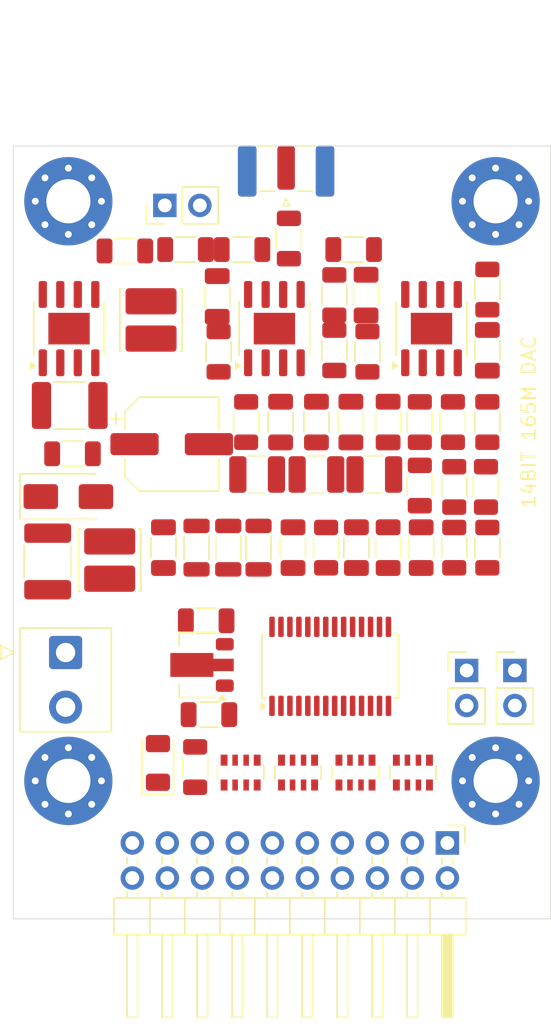
<source format=kicad_pcb>
(kicad_pcb (version 20240108) (generator "pcbnew") (generator_version "8.0")
  (layers (0 "F.Cu" signal) (31 "B.Cu" signal) (34 "B.Paste" user) (35 "F.Paste" user) (36 "B.SilkS" user "B.Silkscreen") (37 "F.SilkS" user "F.Silkscreen") (38 "B.Mask" user) (39 "F.Mask" user) (44 "Edge.Cuts" user))
  (net 0 "")
  (footprint "Package_SO:TSSOP-28_4.4x9.7mm_P0.65mm" (layer "F.Cu") (at 110.3 110.2 90)
    (property "Reference" "REF**" (hide yes))
    (property "Value" "TSSOP-28_4.4x9.7mm_P0.65mm" (hide yes))
    (pad "1" smd roundrect (at -2.8625 -4.225 90) (size 1.475 0.4) (layers "F.Cu" "F.Paste" "F.Mask"))
    (pad "2" smd roundrect (at -2.8625 -3.575 90) (size 1.475 0.4) (layers "F.Cu" "F.Paste" "F.Mask"))
    (pad "3" smd roundrect (at -2.8625 -2.925 90) (size 1.475 0.4) (layers "F.Cu" "F.Paste" "F.Mask"))
    (pad "4" smd roundrect (at -2.8625 -2.275 90) (size 1.475 0.4) (layers "F.Cu" "F.Paste" "F.Mask"))
    (pad "5" smd roundrect (at -2.8625 -1.625 90) (size 1.475 0.4) (layers "F.Cu" "F.Paste" "F.Mask"))
    (pad "6" smd roundrect (at -2.8625 -0.975 90) (size 1.475 0.4) (layers "F.Cu" "F.Paste" "F.Mask"))
    (pad "7" smd roundrect (at -2.8625 -0.325 90) (size 1.475 0.4) (layers "F.Cu" "F.Paste" "F.Mask"))
    (pad "8" smd roundrect (at -2.8625 0.325 90) (size 1.475 0.4) (layers "F.Cu" "F.Paste" "F.Mask"))
    (pad "9" smd roundrect (at -2.8625 0.975 90) (size 1.475 0.4) (layers "F.Cu" "F.Paste" "F.Mask"))
    (pad "10" smd roundrect (at -2.8625 1.625 90) (size 1.475 0.4) (layers "F.Cu" "F.Paste" "F.Mask"))
    (pad "11" smd roundrect (at -2.8625 2.275 90) (size 1.475 0.4) (layers "F.Cu" "F.Paste" "F.Mask"))
    (pad "12" smd roundrect (at -2.8625 2.925 90) (size 1.475 0.4) (layers "F.Cu" "F.Paste" "F.Mask"))
    (pad "13" smd roundrect (at -2.8625 3.575 90) (size 1.475 0.4) (layers "F.Cu" "F.Paste" "F.Mask"))
    (pad "14" smd roundrect (at -2.8625 4.225 90) (size 1.475 0.4) (layers "F.Cu" "F.Paste" "F.Mask"))
    (pad "15" smd roundrect (at 2.8625 4.225 90) (size 1.475 0.4) (layers "F.Cu" "F.Paste" "F.Mask"))
    (pad "16" smd roundrect (at 2.8625 3.575 90) (size 1.475 0.4) (layers "F.Cu" "F.Paste" "F.Mask"))
    (pad "17" smd roundrect (at 2.8625 2.925 90) (size 1.475 0.4) (layers "F.Cu" "F.Paste" "F.Mask"))
    (pad "18" smd roundrect (at 2.8625 2.275 90) (size 1.475 0.4) (layers "F.Cu" "F.Paste" "F.Mask"))
    (pad "19" smd roundrect (at 2.8625 1.625 90) (size 1.475 0.4) (layers "F.Cu" "F.Paste" "F.Mask"))
    (pad "20" smd roundrect (at 2.8625 0.975 90) (size 1.475 0.4) (layers "F.Cu" "F.Paste" "F.Mask"))
    (pad "21" smd roundrect (at 2.8625 0.325 90) (size 1.475 0.4) (layers "F.Cu" "F.Paste" "F.Mask"))
    (pad "22" smd roundrect (at 2.8625 -0.325 90) (size 1.475 0.4) (layers "F.Cu" "F.Paste" "F.Mask"))
    (pad "23" smd roundrect (at 2.8625 -0.975 90) (size 1.475 0.4) (layers "F.Cu" "F.Paste" "F.Mask"))
    (pad "24" smd roundrect (at 2.8625 -1.625 90) (size 1.475 0.4) (layers "F.Cu" "F.Paste" "F.Mask"))
    (pad "25" smd roundrect (at 2.8625 -2.275 90) (size 1.475 0.4) (layers "F.Cu" "F.Paste" "F.Mask"))
    (pad "26" smd roundrect (at 2.8625 -2.925 90) (size 1.475 0.4) (layers "F.Cu" "F.Paste" "F.Mask"))
    (pad "27" smd roundrect (at 2.8625 -3.575 90) (size 1.475 0.4) (layers "F.Cu" "F.Paste" "F.Mask"))
    (pad "28" smd roundrect (at 2.8625 -4.225 90) (size 1.475 0.4) (layers "F.Cu" "F.Paste" "F.Mask"))
  )
  (footprint "Resistor_SMD:R_1206_3216Metric" (layer "F.Cu") (at 113 87.4 90)
    (property "Reference" "REF**" (hide yes))
    (property "Value" "R_1206_3216Metric" (hide yes))
    (pad "1" smd roundrect (at -1.4625 0 90) (size 1.125 1.75) (layers "F.Cu" "F.Paste" "F.Mask") (roundrect_rratio 0.222222))
    (pad "2" smd roundrect (at 1.4625 0 90) (size 1.125 1.75) (layers "F.Cu" "F.Paste" "F.Mask") (roundrect_rratio 0.222222))
  )
  (footprint "Inductor_SMD:L_1206_3216Metric" (layer "F.Cu") (at 102.9 101.6 90)
    (property "Reference" "REF**" (hide yes))
    (property "Value" "L_1206_3216Metric" (hide yes))
    (pad "1" smd roundrect (at -1.575 0 90) (size 1.05 1.9) (layers "F.Cu" "F.Paste" "F.Mask") (roundrect_rratio 0.238095))
    (pad "2" smd roundrect (at 1.575 0 90) (size 1.05 1.9) (layers "F.Cu" "F.Paste" "F.Mask") (roundrect_rratio 0.238095))
  )
  (footprint "Resistor_SMD:R_Array_Convex_4x0603" (layer "F.Cu") (at 107.966666 117.9 90)
    (property "Reference" "REF**" (hide yes))
    (property "Value" "R_Array_Convex_4x0603" (hide yes))
    (pad "1" smd rect (at -0.9 -1.2 90) (size 0.8 0.5) (layers "F.Cu" "F.Paste" "F.Mask"))
    (pad "2" smd rect (at -0.9 -0.4 90) (size 0.8 0.4) (layers "F.Cu" "F.Paste" "F.Mask"))
    (pad "3" smd rect (at -0.9 0.4 90) (size 0.8 0.4) (layers "F.Cu" "F.Paste" "F.Mask"))
    (pad "4" smd rect (at -0.9 1.2 90) (size 0.8 0.5) (layers "F.Cu" "F.Paste" "F.Mask"))
    (pad "5" smd rect (at 0.9 1.2 90) (size 0.8 0.5) (layers "F.Cu" "F.Paste" "F.Mask"))
    (pad "6" smd rect (at 0.9 0.4 90) (size 0.8 0.4) (layers "F.Cu" "F.Paste" "F.Mask"))
    (pad "7" smd rect (at 0.9 -0.4 90) (size 0.8 0.4) (layers "F.Cu" "F.Paste" "F.Mask"))
    (pad "8" smd rect (at 0.9 -1.2 90) (size 0.8 0.5) (layers "F.Cu" "F.Paste" "F.Mask"))
  )
  (footprint "Capacitor_SMD:C_1812_4532Metric" (layer "F.Cu") (at 91.4 91.3)
    (property "Reference" "REF**" (hide yes))
    (property "Value" "C_1812_4532Metric" (hide yes))
    (pad "1" smd roundrect (at -2.05 0) (size 1.4 3.4) (layers "F.Cu" "F.Paste" "F.Mask") (roundrect_rratio 0.178571))
    (pad "2" smd roundrect (at 2.05 0) (size 1.4 3.4) (layers "F.Cu" "F.Paste" "F.Mask") (roundrect_rratio 0.178571))
  )
  (footprint "Capacitor_SMD:CP_Elec_6.3x7.7" (layer "F.Cu") (at 98.8 94.1)
    (property "Reference" "REF**" (hide yes))
    (property "Value" "CP_Elec_6.3x7.7" (hide yes))
    (pad "1" smd roundrect (at -2.7 0) (size 3.5 1.6) (layers "F.Cu" "F.Paste" "F.Mask") (roundrect_rratio 0.15625))
    (pad "2" smd roundrect (at 2.7 0) (size 3.5 1.6) (layers "F.Cu" "F.Paste" "F.Mask") (roundrect_rratio 0.15625))
  )
  (footprint "Diode_SMD:D_SMA" (layer "F.Cu") (at 91.3 97.9)
    (property "Reference" "REF**" (hide yes))
    (property "Value" "D_SMA" (hide yes))
    (pad "1" smd roundrect (at -2 0) (size 2.5 1.8) (layers "F.Cu" "F.Paste" "F.Mask") (roundrect_rratio 0.1388888889))
    (pad "2" smd roundrect (at 2 0) (size 2.5 1.8) (layers "F.Cu" "F.Paste" "F.Mask") (roundrect_rratio 0.1388888889))
  )
  (footprint "Resistor_SMD:R_Array_Convex_4x0603" (layer "F.Cu") (at 112.133332 117.9 90)
    (property "Reference" "REF**" (hide yes))
    (property "Value" "R_Array_Convex_4x0603" (hide yes))
    (pad "1" smd rect (at -0.9 -1.2 90) (size 0.8 0.5) (layers "F.Cu" "F.Paste" "F.Mask"))
    (pad "2" smd rect (at -0.9 -0.4 90) (size 0.8 0.4) (layers "F.Cu" "F.Paste" "F.Mask"))
    (pad "3" smd rect (at -0.9 0.4 90) (size 0.8 0.4) (layers "F.Cu" "F.Paste" "F.Mask"))
    (pad "4" smd rect (at -0.9 1.2 90) (size 0.8 0.5) (layers "F.Cu" "F.Paste" "F.Mask"))
    (pad "5" smd rect (at 0.9 1.2 90) (size 0.8 0.5) (layers "F.Cu" "F.Paste" "F.Mask"))
    (pad "6" smd rect (at 0.9 0.4 90) (size 0.8 0.4) (layers "F.Cu" "F.Paste" "F.Mask"))
    (pad "7" smd rect (at 0.9 -0.4 90) (size 0.8 0.4) (layers "F.Cu" "F.Paste" "F.Mask"))
    (pad "8" smd rect (at 0.9 -1.2 90) (size 0.8 0.5) (layers "F.Cu" "F.Paste" "F.Mask"))
  )
  (footprint "MountingHole:MountingHole_3.2mm_M3_Pad_Via" (layer "F.Cu") (at 122.3 118.5)
    (property "Reference" "REF**" (hide yes))
    (property "Value" "MountingHole_3.2mm_M3_Pad_Via" (hide yes))
    (pad "1" thru_hole circle (at -2.4 0) (size 0.8 0.8) (drill 0.5) (layers "*.Cu" "*.Mask"))
    (pad "1" thru_hole circle (at -1.697056 -1.697056) (size 0.8 0.8) (drill 0.5) (layers "*.Cu" "*.Mask"))
    (pad "1" thru_hole circle (at -1.697056 1.697056) (size 0.8 0.8) (drill 0.5) (layers "*.Cu" "*.Mask"))
    (pad "1" thru_hole circle (at 0 -2.4) (size 0.8 0.8) (drill 0.5) (layers "*.Cu" "*.Mask"))
    (pad "1" thru_hole circle (at 0 0) (size 6.4 6.4) (drill 3.2) (layers "*.Cu" "*.Mask"))
    (pad "1" thru_hole circle (at 0 2.4) (size 0.8 0.8) (drill 0.5) (layers "*.Cu" "*.Mask"))
    (pad "1" thru_hole circle (at 1.697056 -1.697056) (size 0.8 0.8) (drill 0.5) (layers "*.Cu" "*.Mask"))
    (pad "1" thru_hole circle (at 1.697056 1.697056) (size 0.8 0.8) (drill 0.5) (layers "*.Cu" "*.Mask"))
    (pad "1" thru_hole circle (at 2.4 0) (size 0.8 0.8) (drill 0.5) (layers "*.Cu" "*.Mask"))
  )
  (footprint "Inductor_SMD:L_1206_3216Metric" (layer "F.Cu") (at 100.6 101.6 90)
    (property "Reference" "REF**" (hide yes))
    (property "Value" "L_1206_3216Metric" (hide yes))
    (pad "1" smd roundrect (at -1.575 0 90) (size 1.05 1.9) (layers "F.Cu" "F.Paste" "F.Mask") (roundrect_rratio 0.238095))
    (pad "2" smd roundrect (at 1.575 0 90) (size 1.05 1.9) (layers "F.Cu" "F.Paste" "F.Mask") (roundrect_rratio 0.238095))
  )
  (footprint "Capacitor_SMD:C_1206_3216Metric" (layer "F.Cu") (at 101.3 106.9 180)
    (property "Reference" "REF**" (hide yes))
    (property "Value" "C_1206_3216Metric" (hide yes))
    (pad "1" smd roundrect (at -1.475 0 180) (size 1.15 1.8) (layers "F.Cu" "F.Paste" "F.Mask") (roundrect_rratio 0.217391))
    (pad "2" smd roundrect (at 1.475 0 180) (size 1.15 1.8) (layers "F.Cu" "F.Paste" "F.Mask") (roundrect_rratio 0.217391))
  )
  (footprint "Capacitor_SMD:C_1206_3216Metric" (layer "F.Cu") (at 116.9 101.6 90)
    (property "Reference" "REF**" (hide yes))
    (property "Value" "C_1206_3216Metric" (hide yes))
    (pad "1" smd roundrect (at -1.475 0 90) (size 1.15 1.8) (layers "F.Cu" "F.Paste" "F.Mask") (roundrect_rratio 0.217391))
    (pad "2" smd roundrect (at 1.475 0 90) (size 1.15 1.8) (layers "F.Cu" "F.Paste" "F.Mask") (roundrect_rratio 0.217391))
  )
  (footprint "Connector_PinHeader_2.54mm:PinHeader_2x10_P2.54mm_Horizontal" (layer "F.Cu") (at 118.8 123 -90)
    (property "Reference" "REF**" (hide yes))
    (property "Value" "PinHeader_2x10_P2.54mm_Horizontal" (hide yes))
    (pad "1" thru_hole rect (at 0 0 270) (size 1.7 1.7) (drill 1) (layers "*.Cu" "*.Mask"))
    (pad "2" thru_hole oval (at 2.54 0 270) (size 1.7 1.7) (drill 1) (layers "*.Cu" "*.Mask"))
    (pad "3" thru_hole oval (at 0 2.54 270) (size 1.7 1.7) (drill 1) (layers "*.Cu" "*.Mask"))
    (pad "4" thru_hole oval (at 2.54 2.54 270) (size 1.7 1.7) (drill 1) (layers "*.Cu" "*.Mask"))
    (pad "5" thru_hole oval (at 0 5.08 270) (size 1.7 1.7) (drill 1) (layers "*.Cu" "*.Mask"))
    (pad "6" thru_hole oval (at 2.54 5.08 270) (size 1.7 1.7) (drill 1) (layers "*.Cu" "*.Mask"))
    (pad "7" thru_hole oval (at 0 7.62 270) (size 1.7 1.7) (drill 1) (layers "*.Cu" "*.Mask"))
    (pad "8" thru_hole oval (at 2.54 7.62 270) (size 1.7 1.7) (drill 1) (layers "*.Cu" "*.Mask"))
    (pad "9" thru_hole oval (at 0 10.16 270) (size 1.7 1.7) (drill 1) (layers "*.Cu" "*.Mask"))
    (pad "10" thru_hole oval (at 2.54 10.16 270) (size 1.7 1.7) (drill 1) (layers "*.Cu" "*.Mask"))
    (pad "11" thru_hole oval (at 0 12.7 270) (size 1.7 1.7) (drill 1) (layers "*.Cu" "*.Mask"))
    (pad "12" thru_hole oval (at 2.54 12.7 270) (size 1.7 1.7) (drill 1) (layers "*.Cu" "*.Mask"))
    (pad "13" thru_hole oval (at 0 15.24 270) (size 1.7 1.7) (drill 1) (layers "*.Cu" "*.Mask"))
    (pad "14" thru_hole oval (at 2.54 15.24 270) (size 1.7 1.7) (drill 1) (layers "*.Cu" "*.Mask"))
    (pad "15" thru_hole oval (at 0 17.78 270) (size 1.7 1.7) (drill 1) (layers "*.Cu" "*.Mask"))
    (pad "16" thru_hole oval (at 2.54 17.78 270) (size 1.7 1.7) (drill 1) (layers "*.Cu" "*.Mask"))
    (pad "17" thru_hole oval (at 0 20.32 270) (size 1.7 1.7) (drill 1) (layers "*.Cu" "*.Mask"))
    (pad "18" thru_hole oval (at 2.54 20.32 270) (size 1.7 1.7) (drill 1) (layers "*.Cu" "*.Mask"))
    (pad "19" thru_hole oval (at 0 22.86 270) (size 1.7 1.7) (drill 1) (layers "*.Cu" "*.Mask"))
    (pad "20" thru_hole oval (at 2.54 22.86 270) (size 1.7 1.7) (drill 1) (layers "*.Cu" "*.Mask"))
  )
  (footprint "Connector_PinHeader_2.54mm:PinHeader_1x02_P2.54mm_Vertical" (layer "F.Cu") (at 120.2 110.5)
    (property "Reference" "REF**" (hide yes))
    (property "Value" "PinHeader_1x02_P2.54mm_Vertical" (hide yes))
    (pad "1" thru_hole rect (at 0 0) (size 1.7 1.7) (drill 1) (layers "*.Cu" "*.Mask"))
    (pad "2" thru_hole oval (at 0 2.54) (size 1.7 1.7) (drill 1) (layers "*.Cu" "*.Mask"))
  )
  (footprint "Package_TO_SOT_SMD:SOT-89-3" (layer "F.Cu") (at 100.7 110.1 180)
    (property "Reference" "REF**" (hide yes))
    (property "Value" "SOT-89-3" (hide yes))
    (pad "1" smd roundrect (at -1.95 -1.5 180) (size 1.3 0.9) (layers "F.Cu" "F.Paste" "F.Mask"))
    (pad "2" smd custom (at -1.8625 0 180) (size 1.475 0.9) (layers "F.Cu" "F.Paste" "F.Mask") (options (clearance outline) (anchor rect)) (primitives (gr_poly (pts (xy 3.8625 0.8665) (xy 0.7375 0.8665) (xy 0.7375 -0.8665) (xy 3.8625 -0.8665)) (width 0) (fill yes))))
    (pad "3" smd roundrect (at -1.95 1.5 180) (size 1.3 0.9) (layers "F.Cu" "F.Paste" "F.Mask"))
  )
  (footprint "Connector_PinHeader_2.54mm:PinHeader_1x02_P2.54mm_Vertical" (layer "F.Cu") (at 98.3 76.8 90)
    (property "Reference" "REF**" (hide yes))
    (property "Value" "PinHeader_1x02_P2.54mm_Vertical" (hide yes))
    (pad "1" thru_hole rect (at 0 0 90) (size 1.7 1.7) (drill 1) (layers "*.Cu" "*.Mask"))
    (pad "2" thru_hole oval (at 0 2.54 90) (size 1.7 1.7) (drill 1) (layers "*.Cu" "*.Mask"))
  )
  (footprint "Resistor_SMD:R_1206_3216Metric" (layer "F.Cu") (at 110.6 87.3 90)
    (property "Reference" "REF**" (hide yes))
    (property "Value" "R_1206_3216Metric" (hide yes))
    (pad "1" smd roundrect (at -1.4625 0 90) (size 1.125 1.75) (layers "F.Cu" "F.Paste" "F.Mask") (roundrect_rratio 0.222222))
    (pad "2" smd roundrect (at 1.4625 0 90) (size 1.125 1.75) (layers "F.Cu" "F.Paste" "F.Mask") (roundrect_rratio 0.222222))
  )
  (footprint "Capacitor_SMD:C_1206_3216Metric" (layer "F.Cu") (at 107.6 101.6 90)
    (property "Reference" "REF**" (hide yes))
    (property "Value" "C_1206_3216Metric" (hide yes))
    (pad "1" smd roundrect (at -1.475 0 90) (size 1.15 1.8) (layers "F.Cu" "F.Paste" "F.Mask") (roundrect_rratio 0.217391))
    (pad "2" smd roundrect (at 1.475 0 90) (size 1.15 1.8) (layers "F.Cu" "F.Paste" "F.Mask") (roundrect_rratio 0.217391))
  )
  (footprint "Capacitor_SMD:C_1206_3216Metric" (layer "F.Cu") (at 121.7 87.3 90)
    (property "Reference" "REF**" (hide yes))
    (property "Value" "C_1206_3216Metric" (hide yes))
    (pad "1" smd roundrect (at -1.475 0 90) (size 1.15 1.8) (layers "F.Cu" "F.Paste" "F.Mask") (roundrect_rratio 0.217391))
    (pad "2" smd roundrect (at 1.475 0 90) (size 1.15 1.8) (layers "F.Cu" "F.Paste" "F.Mask") (roundrect_rratio 0.217391))
  )
  (footprint "Inductor_SMD:L_Cenker_CKCS4030" (layer "F.Cu") (at 94.3 102.5 90)
    (property "Reference" "REF**" (hide yes))
    (property "Value" "L_Cenker_CKCS4030" (hide yes))
    (pad "1" smd roundrect (at -1.35 0 90) (size 1.9 3.7) (layers "F.Cu" "F.Paste" "F.Mask") (roundrect_rratio 0.131579))
    (pad "2" smd roundrect (at 1.35 0 90) (size 1.9 3.7) (layers "F.Cu" "F.Paste" "F.Mask") (roundrect_rratio 0.131579))
  )
  (footprint "Capacitor_SMD:C_1206_3216Metric" (layer "F.Cu") (at 98.2 101.6 90)
    (property "Reference" "REF**" (hide yes))
    (property "Value" "C_1206_3216Metric" (hide yes))
    (pad "1" smd roundrect (at -1.475 0 90) (size 1.15 1.8) (layers "F.Cu" "F.Paste" "F.Mask") (roundrect_rratio 0.217391))
    (pad "2" smd roundrect (at 1.475 0 90) (size 1.15 1.8) (layers "F.Cu" "F.Paste" "F.Mask") (roundrect_rratio 0.217391))
  )
  (footprint "Capacitor_SMD:C_1206_3216Metric" (layer "F.Cu") (at 112.2 101.6 90)
    (property "Reference" "REF**" (hide yes))
    (property "Value" "C_1206_3216Metric" (hide yes))
    (pad "1" smd roundrect (at -1.475 0 90) (size 1.15 1.8) (layers "F.Cu" "F.Paste" "F.Mask") (roundrect_rratio 0.217391))
    (pad "2" smd roundrect (at 1.475 0 90) (size 1.15 1.8) (layers "F.Cu" "F.Paste" "F.Mask") (roundrect_rratio 0.217391))
  )
  (footprint "Capacitor_SMD:C_1206_3216Metric" (layer "F.Cu") (at 111.8 92.5 90)
    (property "Reference" "REF**" (hide yes))
    (property "Value" "C_1206_3216Metric" (hide yes))
    (pad "1" smd roundrect (at -1.475 0 90) (size 1.15 1.8) (layers "F.Cu" "F.Paste" "F.Mask") (roundrect_rratio 0.217391))
    (pad "2" smd roundrect (at 1.475 0 90) (size 1.15 1.8) (layers "F.Cu" "F.Paste" "F.Mask") (roundrect_rratio 0.217391))
  )
  (footprint "Capacitor_SMD:C_1206_3216Metric" (layer "F.Cu") (at 114.5 92.5 90)
    (property "Reference" "REF**" (hide yes))
    (property "Value" "C_1206_3216Metric" (hide yes))
    (pad "1" smd roundrect (at -1.475 0 90) (size 1.15 1.8) (layers "F.Cu" "F.Paste" "F.Mask") (roundrect_rratio 0.217391))
    (pad "2" smd roundrect (at 1.475 0 90) (size 1.15 1.8) (layers "F.Cu" "F.Paste" "F.Mask") (roundrect_rratio 0.217391))
  )
  (footprint "Capacitor_SMD:C_1206_3216Metric" (layer "F.Cu") (at 91.6 94.8 180)
    (property "Reference" "REF**" (hide yes))
    (property "Value" "C_1206_3216Metric" (hide yes))
    (pad "1" smd roundrect (at -1.475 0 180) (size 1.15 1.8) (layers "F.Cu" "F.Paste" "F.Mask") (roundrect_rratio 0.217391))
    (pad "2" smd roundrect (at 1.475 0 180) (size 1.15 1.8) (layers "F.Cu" "F.Paste" "F.Mask") (roundrect_rratio 0.217391))
  )
  (footprint "Resistor_SMD:R_1206_3216Metric" (layer "F.Cu") (at 119.3 101.6 90)
    (property "Reference" "REF**" (hide yes))
    (property "Value" "R_1206_3216Metric" (hide yes))
    (pad "1" smd roundrect (at -1.4625 0 90) (size 1.125 1.75) (layers "F.Cu" "F.Paste" "F.Mask") (roundrect_rratio 0.222222))
    (pad "2" smd roundrect (at 1.4625 0 90) (size 1.125 1.75) (layers "F.Cu" "F.Paste" "F.Mask") (roundrect_rratio 0.222222))
  )
  (footprint "Resistor_SMD:R_1206_3216Metric" (layer "F.Cu") (at 110.6 83.3 90)
    (property "Reference" "REF**" (hide yes))
    (property "Value" "R_1206_3216Metric" (hide yes))
    (pad "1" smd roundrect (at -1.4625 0 90) (size 1.125 1.75) (layers "F.Cu" "F.Paste" "F.Mask") (roundrect_rratio 0.222222))
    (pad "2" smd roundrect (at 1.4625 0 90) (size 1.125 1.75) (layers "F.Cu" "F.Paste" "F.Mask") (roundrect_rratio 0.222222))
  )
  (footprint "Inductor_SMD:L_1210_3225Metric" (layer "F.Cu") (at 113.5 96.3)
    (property "Reference" "REF**" (hide yes))
    (property "Value" "L_1210_3225Metric" (hide yes))
    (pad "1" smd roundrect (at -1.4 0) (size 1.25 2.65) (layers "F.Cu" "F.Paste" "F.Mask") (roundrect_rratio 0.2))
    (pad "2" smd roundrect (at 1.4 0) (size 1.25 2.65) (layers "F.Cu" "F.Paste" "F.Mask") (roundrect_rratio 0.2))
  )
  (footprint "Resistor_SMD:R_Array_Convex_4x0603" (layer "F.Cu") (at 103.8 117.9 90)
    (property "Reference" "REF**" (hide yes))
    (property "Value" "R_Array_Convex_4x0603" (hide yes))
    (pad "1" smd rect (at -0.9 -1.2 90) (size 0.8 0.5) (layers "F.Cu" "F.Paste" "F.Mask"))
    (pad "2" smd rect (at -0.9 -0.4 90) (size 0.8 0.4) (layers "F.Cu" "F.Paste" "F.Mask"))
    (pad "3" smd rect (at -0.9 0.4 90) (size 0.8 0.4) (layers "F.Cu" "F.Paste" "F.Mask"))
    (pad "4" smd rect (at -0.9 1.2 90) (size 0.8 0.5) (layers "F.Cu" "F.Paste" "F.Mask"))
    (pad "5" smd rect (at 0.9 1.2 90) (size 0.8 0.5) (layers "F.Cu" "F.Paste" "F.Mask"))
    (pad "6" smd rect (at 0.9 0.4 90) (size 0.8 0.4) (layers "F.Cu" "F.Paste" "F.Mask"))
    (pad "7" smd rect (at 0.9 -0.4 90) (size 0.8 0.4) (layers "F.Cu" "F.Paste" "F.Mask"))
    (pad "8" smd rect (at 0.9 -1.2 90) (size 0.8 0.5) (layers "F.Cu" "F.Paste" "F.Mask"))
  )
  (footprint "Capacitor_SMD:C_1206_3216Metric" (layer "F.Cu") (at 99.8 80 180)
    (property "Reference" "REF**" (hide yes))
    (property "Value" "C_1206_3216Metric" (hide yes))
    (pad "1" smd roundrect (at -1.475 0 180) (size 1.15 1.8) (layers "F.Cu" "F.Paste" "F.Mask") (roundrect_rratio 0.217391))
    (pad "2" smd roundrect (at 1.475 0 180) (size 1.15 1.8) (layers "F.Cu" "F.Paste" "F.Mask") (roundrect_rratio 0.217391))
  )
  (footprint "Inductor_SMD:L_1210_3225Metric" (layer "F.Cu") (at 109.3 96.3)
    (property "Reference" "REF**" (hide yes))
    (property "Value" "L_1210_3225Metric" (hide yes))
    (pad "1" smd roundrect (at -1.4 0) (size 1.25 2.65) (layers "F.Cu" "F.Paste" "F.Mask") (roundrect_rratio 0.2))
    (pad "2" smd roundrect (at 1.4 0) (size 1.25 2.65) (layers "F.Cu" "F.Paste" "F.Mask") (roundrect_rratio 0.2))
  )
  (footprint "Resistor_SMD:R_1206_3216Metric" (layer "F.Cu") (at 104.2 92.5 90)
    (property "Reference" "REF**" (hide yes))
    (property "Value" "R_1206_3216Metric" (hide yes))
    (pad "1" smd roundrect (at -1.4625 0 90) (size 1.125 1.75) (layers "F.Cu" "F.Paste" "F.Mask") (roundrect_rratio 0.222222))
    (pad "2" smd roundrect (at 1.4625 0 90) (size 1.125 1.75) (layers "F.Cu" "F.Paste" "F.Mask") (roundrect_rratio 0.222222))
  )
  (footprint "MountingHole:MountingHole_3.2mm_M3_Pad_Via" (layer "F.Cu") (at 122.3 76.5)
    (property "Reference" "REF**" (hide yes))
    (property "Value" "MountingHole_3.2mm_M3_Pad_Via" (hide yes))
    (pad "1" thru_hole circle (at -2.4 0) (size 0.8 0.8) (drill 0.5) (layers "*.Cu" "*.Mask"))
    (pad "1" thru_hole circle (at -1.697056 -1.697056) (size 0.8 0.8) (drill 0.5) (layers "*.Cu" "*.Mask"))
    (pad "1" thru_hole circle (at -1.697056 1.697056) (size 0.8 0.8) (drill 0.5) (layers "*.Cu" "*.Mask"))
    (pad "1" thru_hole circle (at 0 -2.4) (size 0.8 0.8) (drill 0.5) (layers "*.Cu" "*.Mask"))
    (pad "1" thru_hole circle (at 0 0) (size 6.4 6.4) (drill 3.2) (layers "*.Cu" "*.Mask"))
    (pad "1" thru_hole circle (at 0 2.4) (size 0.8 0.8) (drill 0.5) (layers "*.Cu" "*.Mask"))
    (pad "1" thru_hole circle (at 1.697056 -1.697056) (size 0.8 0.8) (drill 0.5) (layers "*.Cu" "*.Mask"))
    (pad "1" thru_hole circle (at 1.697056 1.697056) (size 0.8 0.8) (drill 0.5) (layers "*.Cu" "*.Mask"))
    (pad "1" thru_hole circle (at 2.4 0) (size 0.8 0.8) (drill 0.5) (layers "*.Cu" "*.Mask"))
  )
  (footprint "Connector_PinHeader_2.54mm:PinHeader_1x02_P2.54mm_Vertical" (layer "F.Cu") (at 123.7 110.5)
    (property "Reference" "REF**" (hide yes))
    (property "Value" "PinHeader_1x02_P2.54mm_Vertical" (hide yes))
    (pad "1" thru_hole rect (at 0 0) (size 1.7 1.7) (drill 1) (layers "*.Cu" "*.Mask"))
    (pad "2" thru_hole oval (at 0 2.54) (size 1.7 1.7) (drill 1) (layers "*.Cu" "*.Mask"))
  )
  (footprint "Package_SO:SOIC-8-1EP_3.9x4.9mm_P1.27mm_EP2.29x3mm" (layer "F.Cu") (at 91.35 85.73 90)
    (property "Reference" "REF**" (hide yes))
    (property "Value" "SOIC-8-1EP_3.9x4.9mm_P1.27mm_EP2.29x3mm" (hide yes))
    (pad "1" smd roundrect (at -2.475 -1.905 90) (size 1.95 0.6) (layers "F.Cu" "F.Paste" "F.Mask"))
    (pad "2" smd roundrect (at -2.475 -0.635 90) (size 1.95 0.6) (layers "F.Cu" "F.Paste" "F.Mask"))
    (pad "3" smd roundrect (at -2.475 0.635 90) (size 1.95 0.6) (layers "F.Cu" "F.Paste" "F.Mask"))
    (pad "4" smd roundrect (at -2.475 1.905 90) (size 1.95 0.6) (layers "F.Cu" "F.Paste" "F.Mask"))
    (pad "5" smd roundrect (at 2.475 1.905 90) (size 1.95 0.6) (layers "F.Cu" "F.Paste" "F.Mask"))
    (pad "6" smd roundrect (at 2.475 0.635 90) (size 1.95 0.6) (layers "F.Cu" "F.Paste" "F.Mask"))
    (pad "7" smd roundrect (at 2.475 -0.635 90) (size 1.95 0.6) (layers "F.Cu" "F.Paste" "F.Mask"))
    (pad "8" smd roundrect (at 2.475 -1.905 90) (size 1.95 0.6) (layers "F.Cu" "F.Paste" "F.Mask"))
    (pad "9" smd rect (at 0 0 90) (size 2.29 3) (property pad_prop_heatsink) (layers "F.Cu" "F.Mask"))
  )
  (footprint "Inductor_SMD:L_1206_3216Metric" (layer "F.Cu") (at 105.1 101.6 90)
    (property "Reference" "REF**" (hide yes))
    (property "Value" "L_1206_3216Metric" (hide yes))
    (pad "1" smd roundrect (at -1.575 0 90) (size 1.05 1.9) (layers "F.Cu" "F.Paste" "F.Mask") (roundrect_rratio 0.238095))
    (pad "2" smd roundrect (at 1.575 0 90) (size 1.05 1.9) (layers "F.Cu" "F.Paste" "F.Mask") (roundrect_rratio 0.238095))
  )
  (footprint "MountingHole:MountingHole_3.2mm_M3_Pad_Via" (layer "F.Cu") (at 91.3 76.5)
    (property "Reference" "REF**" (hide yes))
    (property "Value" "MountingHole_3.2mm_M3_Pad_Via" (hide yes))
    (pad "1" thru_hole circle (at -2.4 0) (size 0.8 0.8) (drill 0.5) (layers "*.Cu" "*.Mask"))
    (pad "1" thru_hole circle (at -1.697056 -1.697056) (size 0.8 0.8) (drill 0.5) (layers "*.Cu" "*.Mask"))
    (pad "1" thru_hole circle (at -1.697056 1.697056) (size 0.8 0.8) (drill 0.5) (layers "*.Cu" "*.Mask"))
    (pad "1" thru_hole circle (at 0 -2.4) (size 0.8 0.8) (drill 0.5) (layers "*.Cu" "*.Mask"))
    (pad "1" thru_hole circle (at 0 0) (size 6.4 6.4) (drill 3.2) (layers "*.Cu" "*.Mask"))
    (pad "1" thru_hole circle (at 0 2.4) (size 0.8 0.8) (drill 0.5) (layers "*.Cu" "*.Mask"))
    (pad "1" thru_hole circle (at 1.697056 -1.697056) (size 0.8 0.8) (drill 0.5) (layers "*.Cu" "*.Mask"))
    (pad "1" thru_hole circle (at 1.697056 1.697056) (size 0.8 0.8) (drill 0.5) (layers "*.Cu" "*.Mask"))
    (pad "1" thru_hole circle (at 2.4 0) (size 0.8 0.8) (drill 0.5) (layers "*.Cu" "*.Mask"))
  )
  (footprint "MountingHole:MountingHole_3.2mm_M3_Pad_Via" (layer "F.Cu") (at 91.3 118.5)
    (property "Reference" "REF**" (hide yes))
    (property "Value" "MountingHole_3.2mm_M3_Pad_Via" (hide yes))
    (pad "1" thru_hole circle (at -2.4 0) (size 0.8 0.8) (drill 0.5) (layers "*.Cu" "*.Mask"))
    (pad "1" thru_hole circle (at -1.697056 -1.697056) (size 0.8 0.8) (drill 0.5) (layers "*.Cu" "*.Mask"))
    (pad "1" thru_hole circle (at -1.697056 1.697056) (size 0.8 0.8) (drill 0.5) (layers "*.Cu" "*.Mask"))
    (pad "1" thru_hole circle (at 0 -2.4) (size 0.8 0.8) (drill 0.5) (layers "*.Cu" "*.Mask"))
    (pad "1" thru_hole circle (at 0 0) (size 6.4 6.4) (drill 3.2) (layers "*.Cu" "*.Mask"))
    (pad "1" thru_hole circle (at 0 2.4) (size 0.8 0.8) (drill 0.5) (layers "*.Cu" "*.Mask"))
    (pad "1" thru_hole circle (at 1.697056 -1.697056) (size 0.8 0.8) (drill 0.5) (layers "*.Cu" "*.Mask"))
    (pad "1" thru_hole circle (at 1.697056 1.697056) (size 0.8 0.8) (drill 0.5) (layers "*.Cu" "*.Mask"))
    (pad "1" thru_hole circle (at 2.4 0) (size 0.8 0.8) (drill 0.5) (layers "*.Cu" "*.Mask"))
  )
  (footprint "Capacitor_SMD:C_1812_4532Metric" (layer "F.Cu") (at 89.8 102.6 90)
    (property "Reference" "REF**" (hide yes))
    (property "Value" "C_1812_4532Metric" (hide yes))
    (pad "1" smd roundrect (at -2.05 0 90) (size 1.4 3.4) (layers "F.Cu" "F.Paste" "F.Mask") (roundrect_rratio 0.178571))
    (pad "2" smd roundrect (at 2.05 0 90) (size 1.4 3.4) (layers "F.Cu" "F.Paste" "F.Mask") (roundrect_rratio 0.178571))
  )
  (footprint "Inductor_SMD:L_1210_3225Metric" (layer "F.Cu") (at 105 96.3)
    (property "Reference" "REF**" (hide yes))
    (property "Value" "L_1210_3225Metric" (hide yes))
    (pad "1" smd roundrect (at -1.4 0) (size 1.25 2.65) (layers "F.Cu" "F.Paste" "F.Mask") (roundrect_rratio 0.2))
    (pad "2" smd roundrect (at 1.4 0) (size 1.25 2.65) (layers "F.Cu" "F.Paste" "F.Mask") (roundrect_rratio 0.2))
  )
  (footprint "Resistor_SMD:R_1206_3216Metric" (layer "F.Cu") (at 107.3 79.2 90)
    (property "Reference" "REF**" (hide yes))
    (property "Value" "R_1206_3216Metric" (hide yes))
    (pad "1" smd roundrect (at -1.4625 0 90) (size 1.125 1.75) (layers "F.Cu" "F.Paste" "F.Mask") (roundrect_rratio 0.222222))
    (pad "2" smd roundrect (at 1.4625 0 90) (size 1.125 1.75) (layers "F.Cu" "F.Paste" "F.Mask") (roundrect_rratio 0.222222))
  )
  (footprint "Capacitor_SMD:C_1206_3216Metric" (layer "F.Cu") (at 112 80 180)
    (property "Reference" "REF**" (hide yes))
    (property "Value" "C_1206_3216Metric" (hide yes))
    (pad "1" smd roundrect (at -1.475 0 180) (size 1.15 1.8) (layers "F.Cu" "F.Paste" "F.Mask") (roundrect_rratio 0.217391))
    (pad "2" smd roundrect (at 1.475 0 180) (size 1.15 1.8) (layers "F.Cu" "F.Paste" "F.Mask") (roundrect_rratio 0.217391))
  )
  (footprint "Resistor_SMD:R_1206_3216Metric" (layer "F.Cu") (at 121.6 97.2 90)
    (property "Reference" "REF**" (hide yes))
    (property "Value" "R_1206_3216Metric" (hide yes))
    (pad "1" smd roundrect (at -1.4625 0 90) (size 1.125 1.75) (layers "F.Cu" "F.Paste" "F.Mask") (roundrect_rratio 0.222222))
    (pad "2" smd roundrect (at 1.4625 0 90) (size 1.125 1.75) (layers "F.Cu" "F.Paste" "F.Mask") (roundrect_rratio 0.222222))
  )
  (footprint "Package_SO:SOIC-8-1EP_3.9x4.9mm_P1.27mm_EP2.29x3mm" (layer "F.Cu") (at 117.65 85.73 90)
    (property "Reference" "REF**" (hide yes))
    (property "Value" "SOIC-8-1EP_3.9x4.9mm_P1.27mm_EP2.29x3mm" (hide yes))
    (pad "1" smd roundrect (at -2.475 -1.905 90) (size 1.95 0.6) (layers "F.Cu" "F.Paste" "F.Mask"))
    (pad "2" smd roundrect (at -2.475 -0.635 90) (size 1.95 0.6) (layers "F.Cu" "F.Paste" "F.Mask"))
    (pad "3" smd roundrect (at -2.475 0.635 90) (size 1.95 0.6) (layers "F.Cu" "F.Paste" "F.Mask"))
    (pad "4" smd roundrect (at -2.475 1.905 90) (size 1.95 0.6) (layers "F.Cu" "F.Paste" "F.Mask"))
    (pad "5" smd roundrect (at 2.475 1.905 90) (size 1.95 0.6) (layers "F.Cu" "F.Paste" "F.Mask"))
    (pad "6" smd roundrect (at 2.475 0.635 90) (size 1.95 0.6) (layers "F.Cu" "F.Paste" "F.Mask"))
    (pad "7" smd roundrect (at 2.475 -0.635 90) (size 1.95 0.6) (layers "F.Cu" "F.Paste" "F.Mask"))
    (pad "8" smd roundrect (at 2.475 -1.905 90) (size 1.95 0.6) (layers "F.Cu" "F.Paste" "F.Mask"))
    (pad "9" smd rect (at 0 0 90) (size 2.29 3) (property pad_prop_heatsink) (layers "F.Cu" "F.Mask"))
  )
  (footprint "Resistor_SMD:R_1206_3216Metric" (layer "F.Cu") (at 116.8 97.1 90)
    (property "Reference" "REF**" (hide yes))
    (property "Value" "R_1206_3216Metric" (hide yes))
    (pad "1" smd roundrect (at -1.4625 0 90) (size 1.125 1.75) (layers "F.Cu" "F.Paste" "F.Mask") (roundrect_rratio 0.222222))
    (pad "2" smd roundrect (at 1.4625 0 90) (size 1.125 1.75) (layers "F.Cu" "F.Paste" "F.Mask") (roundrect_rratio 0.222222))
  )
  (footprint "Capacitor_SMD:C_1206_3216Metric" (layer "F.Cu") (at 114.5 101.6 90)
    (property "Reference" "REF**" (hide yes))
    (property "Value" "C_1206_3216Metric" (hide yes))
    (pad "1" smd roundrect (at -1.475 0 90) (size 1.15 1.8) (layers "F.Cu" "F.Paste" "F.Mask") (roundrect_rratio 0.217391))
    (pad "2" smd roundrect (at 1.475 0 90) (size 1.15 1.8) (layers "F.Cu" "F.Paste" "F.Mask") (roundrect_rratio 0.217391))
  )
  (footprint "Resistor_SMD:R_1206_3216Metric" (layer "F.Cu") (at 121.7 92.5 90)
    (property "Reference" "REF**" (hide yes))
    (property "Value" "R_1206_3216Metric" (hide yes))
    (pad "1" smd roundrect (at -1.4625 0 90) (size 1.125 1.75) (layers "F.Cu" "F.Paste" "F.Mask") (roundrect_rratio 0.222222))
    (pad "2" smd roundrect (at 1.4625 0 90) (size 1.125 1.75) (layers "F.Cu" "F.Paste" "F.Mask") (roundrect_rratio 0.222222))
  )
  (footprint "LED_SMD:LED_1206_3216Metric" (layer "F.Cu") (at 97.8 117.2 90)
    (property "Reference" "REF**" (hide yes))
    (property "Value" "LED_1206_3216Metric" (hide yes))
    (pad "1" smd roundrect (at -1.4 0 90) (size 1.25 1.75) (layers "F.Cu" "F.Paste" "F.Mask") (roundrect_rratio 0.2))
    (pad "2" smd roundrect (at 1.4 0 90) (size 1.25 1.75) (layers "F.Cu" "F.Paste" "F.Mask") (roundrect_rratio 0.2))
  )
  (footprint "Capacitor_SMD:C_1206_3216Metric" (layer "F.Cu") (at 106.7 92.5 90)
    (property "Reference" "REF**" (hide yes))
    (property "Value" "C_1206_3216Metric" (hide yes))
    (pad "1" smd roundrect (at -1.475 0 90) (size 1.15 1.8) (layers "F.Cu" "F.Paste" "F.Mask") (roundrect_rratio 0.217391))
    (pad "2" smd roundrect (at 1.475 0 90) (size 1.15 1.8) (layers "F.Cu" "F.Paste" "F.Mask") (roundrect_rratio 0.217391))
  )
  (footprint "Capacitor_SMD:C_1206_3216Metric" (layer "F.Cu") (at 112.9 83.3 90)
    (property "Reference" "REF**" (hide yes))
    (property "Value" "C_1206_3216Metric" (hide yes))
    (pad "1" smd roundrect (at -1.475 0 90) (size 1.15 1.8) (layers "F.Cu" "F.Paste" "F.Mask") (roundrect_rratio 0.217391))
    (pad "2" smd roundrect (at 1.475 0 90) (size 1.15 1.8) (layers "F.Cu" "F.Paste" "F.Mask") (roundrect_rratio 0.217391))
  )
  (footprint "Capacitor_SMD:C_1206_3216Metric" (layer "F.Cu") (at 102.1 83.4 90)
    (property "Reference" "REF**" (hide yes))
    (property "Value" "C_1206_3216Metric" (hide yes))
    (pad "1" smd roundrect (at -1.475 0 90) (size 1.15 1.8) (layers "F.Cu" "F.Paste" "F.Mask") (roundrect_rratio 0.217391))
    (pad "2" smd roundrect (at 1.475 0 90) (size 1.15 1.8) (layers "F.Cu" "F.Paste" "F.Mask") (roundrect_rratio 0.217391))
  )
  (footprint "Connector_Coaxial:SMA_Samtec_SMA-J-P-H-ST-EM1_EdgeMount" (layer "F.Cu") (at 107.1 74.0625 90)
    (property "Reference" "REF**" (hide yes))
    (property "Value" "SMA_Samtec_SMA-J-P-H-ST-EM1_EdgeMount" (hide yes))
    (pad "1" smd roundrect (at 0 0 180) (size 1.27 3.2) (layers "F.Cu" "F.Mask") (roundrect_rratio 0.1968503937))
    (pad "2" smd roundrect (at -0.25 -2.825 180) (size 1.35 3.7) (layers "F.Cu" "F.Mask") (roundrect_rratio 0.1851851852))
    (pad "2" smd roundrect (at -0.25 -2.825 180) (size 1.35 3.7) (layers "B.Cu" "B.Mask") (roundrect_rratio 0.1851851852))
    (pad "2" smd roundrect (at -0.25 2.825 180) (size 1.35 3.7) (layers "F.Cu" "F.Mask") (roundrect_rratio 0.1851851852))
    (pad "2" smd roundrect (at -0.25 2.825 180) (size 1.35 3.7) (layers "B.Cu" "B.Mask") (roundrect_rratio 0.1851851852))
  )
  (footprint "Resistor_SMD:R_1206_3216Metric" (layer "F.Cu") (at 119.3 97.2 90)
    (property "Reference" "REF**" (hide yes))
    (property "Value" "R_1206_3216Metric" (hide yes))
    (pad "1" smd roundrect (at -1.4625 0 90) (size 1.125 1.75) (layers "F.Cu" "F.Paste" "F.Mask") (roundrect_rratio 0.222222))
    (pad "2" smd roundrect (at 1.4625 0 90) (size 1.125 1.75) (layers "F.Cu" "F.Paste" "F.Mask") (roundrect_rratio 0.222222))
  )
  (footprint "Resistor_SMD:R_1206_3216Metric" (layer "F.Cu") (at 116.8 92.5 90)
    (property "Reference" "REF**" (hide yes))
    (property "Value" "R_1206_3216Metric" (hide yes))
    (pad "1" smd roundrect (at -1.4625 0 90) (size 1.125 1.75) (layers "F.Cu" "F.Paste" "F.Mask") (roundrect_rratio 0.222222))
    (pad "2" smd roundrect (at 1.4625 0 90) (size 1.125 1.75) (layers "F.Cu" "F.Paste" "F.Mask") (roundrect_rratio 0.222222))
  )
  (footprint "Capacitor_SMD:C_1206_3216Metric" (layer "F.Cu") (at 103.9 80 180)
    (property "Reference" "REF**" (hide yes))
    (property "Value" "C_1206_3216Metric" (hide yes))
    (pad "1" smd roundrect (at -1.475 0 180) (size 1.15 1.8) (layers "F.Cu" "F.Paste" "F.Mask") (roundrect_rratio 0.217391))
    (pad "2" smd roundrect (at 1.475 0 180) (size 1.15 1.8) (layers "F.Cu" "F.Paste" "F.Mask") (roundrect_rratio 0.217391))
  )
  (footprint "Resistor_SMD:R_1206_3216Metric" (layer "F.Cu") (at 110 101.6 90)
    (property "Reference" "REF**" (hide yes))
    (property "Value" "R_1206_3216Metric" (hide yes))
    (pad "1" smd roundrect (at -1.4625 0 90) (size 1.125 1.75) (layers "F.Cu" "F.Paste" "F.Mask") (roundrect_rratio 0.222222))
    (pad "2" smd roundrect (at 1.4625 0 90) (size 1.125 1.75) (layers "F.Cu" "F.Paste" "F.Mask") (roundrect_rratio 0.222222))
  )
  (footprint "Resistor_SMD:R_1206_3216Metric" (layer "F.Cu") (at 119.2 92.5 90)
    (property "Reference" "REF**" (hide yes))
    (property "Value" "R_1206_3216Metric" (hide yes))
    (pad "1" smd roundrect (at -1.4625 0 90) (size 1.125 1.75) (layers "F.Cu" "F.Paste" "F.Mask") (roundrect_rratio 0.222222))
    (pad "2" smd roundrect (at 1.4625 0 90) (size 1.125 1.75) (layers "F.Cu" "F.Paste" "F.Mask") (roundrect_rratio 0.222222))
  )
  (footprint "Resistor_SMD:R_1206_3216Metric" (layer "F.Cu") (at 100.5 117.5 90)
    (property "Reference" "REF**" (hide yes))
    (property "Value" "R_1206_3216Metric" (hide yes))
    (pad "1" smd roundrect (at -1.4625 0 90) (size 1.125 1.75) (layers "F.Cu" "F.Paste" "F.Mask") (roundrect_rratio 0.222222))
    (pad "2" smd roundrect (at 1.4625 0 90) (size 1.125 1.75) (layers "F.Cu" "F.Paste" "F.Mask") (roundrect_rratio 0.222222))
  )
  (footprint "Resistor_SMD:R_Array_Convex_4x0603" (layer "F.Cu") (at 116.3 117.9 90)
    (property "Reference" "REF**" (hide yes))
    (property "Value" "R_Array_Convex_4x0603" (hide yes))
    (pad "1" smd rect (at -0.9 -1.2 90) (size 0.8 0.5) (layers "F.Cu" "F.Paste" "F.Mask"))
    (pad "2" smd rect (at -0.9 -0.4 90) (size 0.8 0.4) (layers "F.Cu" "F.Paste" "F.Mask"))
    (pad "3" smd rect (at -0.9 0.4 90) (size 0.8 0.4) (layers "F.Cu" "F.Paste" "F.Mask"))
    (pad "4" smd rect (at -0.9 1.2 90) (size 0.8 0.5) (layers "F.Cu" "F.Paste" "F.Mask"))
    (pad "5" smd rect (at 0.9 1.2 90) (size 0.8 0.5) (layers "F.Cu" "F.Paste" "F.Mask"))
    (pad "6" smd rect (at 0.9 0.4 90) (size 0.8 0.4) (layers "F.Cu" "F.Paste" "F.Mask"))
    (pad "7" smd rect (at 0.9 -0.4 90) (size 0.8 0.4) (layers "F.Cu" "F.Paste" "F.Mask"))
    (pad "8" smd rect (at 0.9 -1.2 90) (size 0.8 0.5) (layers "F.Cu" "F.Paste" "F.Mask"))
  )
  (footprint "Capacitor_SMD:C_1206_3216Metric" (layer "F.Cu") (at 101.5 113.7 180)
    (property "Reference" "REF**" (hide yes))
    (property "Value" "C_1206_3216Metric" (hide yes))
    (pad "1" smd roundrect (at -1.475 0 180) (size 1.15 1.8) (layers "F.Cu" "F.Paste" "F.Mask") (roundrect_rratio 0.217391))
    (pad "2" smd roundrect (at 1.475 0 180) (size 1.15 1.8) (layers "F.Cu" "F.Paste" "F.Mask") (roundrect_rratio 0.217391))
  )
  (footprint "Connector_TE-Connectivity:TE_826576-2_1x02_P3.96mm_Vertical" (layer "F.Cu") (at 91.1 109.2 -90)
    (property "Reference" "REF**" (hide yes))
    (property "Value" "TE_826576-2_1x02_P3.96mm_Vertical" (hide yes))
    (pad "1" thru_hole roundrect (at 0 0 270) (size 2.4 2.4) (drill 1.4) (layers "*.Cu" "*.Mask") (roundrect_rratio 0.104167))
    (pad "2" thru_hole circle (at 3.96 0 270) (size 2.4 2.4) (drill 1.4) (layers "*.Cu" "*.Mask"))
  )
  (footprint "Resistor_SMD:R_1206_3216Metric" (layer "F.Cu") (at 102.2 87.4 90)
    (property "Reference" "REF**" (hide yes))
    (property "Value" "R_1206_3216Metric" (hide yes))
    (pad "1" smd roundrect (at -1.4625 0 90) (size 1.125 1.75) (layers "F.Cu" "F.Paste" "F.Mask") (roundrect_rratio 0.222222))
    (pad "2" smd roundrect (at 1.4625 0 90) (size 1.125 1.75) (layers "F.Cu" "F.Paste" "F.Mask") (roundrect_rratio 0.222222))
  )
  (footprint "Resistor_SMD:R_1206_3216Metric" (layer "F.Cu") (at 121.7 101.6 90)
    (property "Reference" "REF**" (hide yes))
    (property "Value" "R_1206_3216Metric" (hide yes))
    (pad "1" smd roundrect (at -1.4625 0 90) (size 1.125 1.75) (layers "F.Cu" "F.Paste" "F.Mask") (roundrect_rratio 0.222222))
    (pad "2" smd roundrect (at 1.4625 0 90) (size 1.125 1.75) (layers "F.Cu" "F.Paste" "F.Mask") (roundrect_rratio 0.222222))
  )
  (footprint "Resistor_SMD:R_1206_3216Metric" (layer "F.Cu") (at 121.7 82.9 90)
    (property "Reference" "REF**" (hide yes))
    (property "Value" "R_1206_3216Metric" (hide yes))
    (pad "1" smd roundrect (at -1.4625 0 90) (size 1.125 1.75) (layers "F.Cu" "F.Paste" "F.Mask") (roundrect_rratio 0.222222))
    (pad "2" smd roundrect (at 1.4625 0 90) (size 1.125 1.75) (layers "F.Cu" "F.Paste" "F.Mask") (roundrect_rratio 0.222222))
  )
  (footprint "Capacitor_SMD:C_1206_3216Metric" (layer "F.Cu") (at 109.3 92.5 90)
    (property "Reference" "REF**" (hide yes))
    (property "Value" "C_1206_3216Metric" (hide yes))
    (pad "1" smd roundrect (at -1.475 0 90) (size 1.15 1.8) (layers "F.Cu" "F.Paste" "F.Mask") (roundrect_rratio 0.217391))
    (pad "2" smd roundrect (at 1.475 0 90) (size 1.15 1.8) (layers "F.Cu" "F.Paste" "F.Mask") (roundrect_rratio 0.217391))
  )
  (footprint "Package_SO:SOIC-8-1EP_3.9x4.9mm_P1.27mm_EP2.29x3mm" (layer "F.Cu") (at 106.25 85.73 90)
    (property "Reference" "REF**" (hide yes))
    (property "Value" "SOIC-8-1EP_3.9x4.9mm_P1.27mm_EP2.29x3mm" (hide yes))
    (pad "1" smd roundrect (at -2.475 -1.905 90) (size 1.95 0.6) (layers "F.Cu" "F.Paste" "F.Mask"))
    (pad "2" smd roundrect (at -2.475 -0.635 90) (size 1.95 0.6) (layers "F.Cu" "F.Paste" "F.Mask"))
    (pad "3" smd roundrect (at -2.475 0.635 90) (size 1.95 0.6) (layers "F.Cu" "F.Paste" "F.Mask"))
    (pad "4" smd roundrect (at -2.475 1.905 90) (size 1.95 0.6) (layers "F.Cu" "F.Paste" "F.Mask"))
    (pad "5" smd roundrect (at 2.475 1.905 90) (size 1.95 0.6) (layers "F.Cu" "F.Paste" "F.Mask"))
    (pad "6" smd roundrect (at 2.475 0.635 90) (size 1.95 0.6) (layers "F.Cu" "F.Paste" "F.Mask"))
    (pad "7" smd roundrect (at 2.475 -0.635 90) (size 1.95 0.6) (layers "F.Cu" "F.Paste" "F.Mask"))
    (pad "8" smd roundrect (at 2.475 -1.905 90) (size 1.95 0.6) (layers "F.Cu" "F.Paste" "F.Mask"))
    (pad "9" smd rect (at 0 0 90) (size 2.29 3) (property pad_prop_heatsink) (layers "F.Cu" "F.Mask"))
  )
  (footprint "Inductor_SMD:L_Cenker_CKCS4030" (layer "F.Cu") (at 97.3 85.1 90)
    (property "Reference" "REF**" (hide yes))
    (property "Value" "L_Cenker_CKCS4030" (hide yes))
    (pad "1" smd roundrect (at -1.35 0 90) (size 1.9 3.7) (layers "F.Cu" "F.Paste" "F.Mask") (roundrect_rratio 0.131579))
    (pad "2" smd roundrect (at 1.35 0 90) (size 1.9 3.7) (layers "F.Cu" "F.Paste" "F.Mask") (roundrect_rratio 0.131579))
  )
  (footprint "Capacitor_SMD:C_1206_3216Metric" (layer "F.Cu") (at 95.4 80.1 180)
    (property "Reference" "REF**" (hide yes))
    (property "Value" "C_1206_3216Metric" (hide yes))
    (pad "1" smd roundrect (at -1.475 0 180) (size 1.15 1.8) (layers "F.Cu" "F.Paste" "F.Mask") (roundrect_rratio 0.217391))
    (pad "2" smd roundrect (at 1.475 0 180) (size 1.15 1.8) (layers "F.Cu" "F.Paste" "F.Mask") (roundrect_rratio 0.217391))
  )
  (gr_rect (start 87.3 72.5) (end 126.3 128.5) (stroke (width 0.05)) (fill none) (layer "Edge.Cuts"))
  (gr_text "14BIT 165M DAC" (at 125.3 92.5 90) (layer "F.SilkS") (effects (font (size 1 1)) (justify bottom)))
)
</source>
